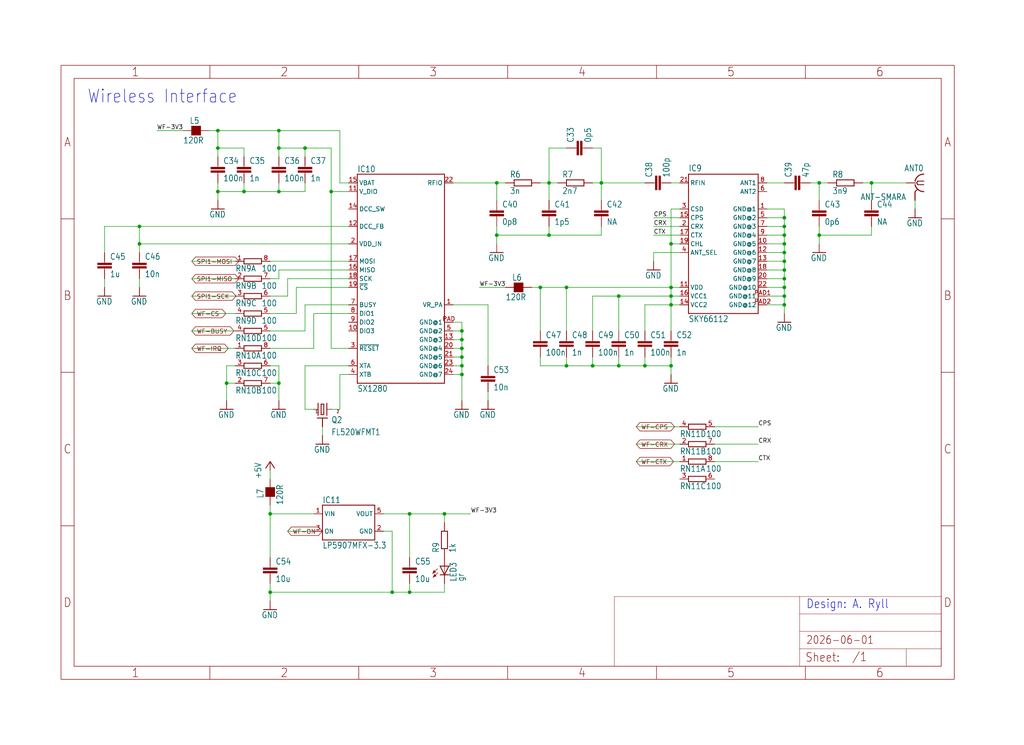
<source format=kicad_sch>
(kicad_sch (version 20231120) (generator "eeschema") (generator_version "8.0")
  (paper "User" 298.45 217.322)
  (lib_symbols
    (symbol "Mainboard v13-eagle-import:+5V" (power)
      (symbol "+5V_1_0"
        (pin power_in line (at 0 -2.54 90) (length 2.54) (name "+5V") (number "1"))
      )
    )
    (symbol "Mainboard v13-eagle-import:4R-NEXB28V"
      (property "Reference" "RN" (at -5.08 -3.048 0))
      (symbol "4R-NEXB28V_1_0"
        (pin passive line (at -5.08 0 0) (length 2.54) (name "1") (number "1"))
        (pin passive line (at 5.08 0 180) (length 2.54) (name "2") (number "8"))
      )
      (symbol "4R-NEXB28V_2_0"
        (pin passive line (at -5.08 0 0) (length 2.54) (name "1") (number "2"))
        (pin passive line (at 5.08 0 180) (length 2.54) (name "2") (number "7"))
      )
      (symbol "4R-NEXB28V_3_0"
        (pin passive line (at -5.08 0 0) (length 2.54) (name "1") (number "3"))
        (pin passive line (at 5.08 0 180) (length 2.54) (name "2") (number "6"))
      )
      (symbol "4R-NEXB28V_4_0"
        (pin passive line (at -5.08 0 0) (length 2.54) (name "1") (number "4"))
        (pin passive line (at 5.08 0 180) (length 2.54) (name "2") (number "5"))
      )
    )
    (symbol "Mainboard v13-eagle-import:A4L-LOC"
      (symbol "A4L-LOC_1_0"
        (text "${#}/${##}" (at 230.505 5.08 0) (effects (font (size 2.54 2.159)) (justify left bottom)))
        (text "${CURRENT_DATE}" (at 217.17 10.16 0) (effects (font (size 2.286 1.9431)) (justify left bottom)))
        (text "${PROJECTNAME}" (at 217.17 15.24 0) (effects (font (size 2.54 2.159)) (justify left bottom)))
        (text "1" (at 21.6958 1.905 0) (effects (font (size 2.54 2.286))))
        (text "1" (at 21.6958 177.165 0) (effects (font (size 2.54 2.286))))
        (text "2" (at 65.0875 1.905 0) (effects (font (size 2.54 2.286))))
        (text "2" (at 65.0875 177.165 0) (effects (font (size 2.54 2.286))))
        (text "3" (at 108.4792 1.905 0) (effects (font (size 2.54 2.286))))
        (text "3" (at 108.4792 177.165 0) (effects (font (size 2.54 2.286))))
        (text "4" (at 151.8708 1.905 0) (effects (font (size 2.54 2.286))))
        (text "4" (at 151.8708 177.165 0) (effects (font (size 2.54 2.286))))
        (text "5" (at 195.2625 1.905 0) (effects (font (size 2.54 2.286))))
        (text "5" (at 195.2625 177.165 0) (effects (font (size 2.54 2.286))))
        (text "6" (at 238.6542 1.905 0) (effects (font (size 2.54 2.286))))
        (text "6" (at 238.6542 177.165 0) (effects (font (size 2.54 2.286))))
        (text "A" (at 1.905 156.6863 0) (effects (font (size 2.54 2.286))))
        (text "A" (at 258.445 156.6863 0) (effects (font (size 2.54 2.286))))
        (text "B" (at 1.905 111.9188 0) (effects (font (size 2.54 2.286))))
        (text "B" (at 258.445 111.9188 0) (effects (font (size 2.54 2.286))))
        (text "C" (at 1.905 67.1513 0) (effects (font (size 2.54 2.286))))
        (text "C" (at 258.445 67.1513 0) (effects (font (size 2.54 2.286))))
        (text "D" (at 1.905 22.3838 0) (effects (font (size 2.54 2.286))))
        (text "D" (at 258.445 22.3838 0) (effects (font (size 2.54 2.286))))
        (text "Sheet:" (at 216.916 4.953 0) (effects (font (size 2.54 2.159)) (justify left bottom)))
      )
    )
    (symbol "Mainboard v13-eagle-import:ANT-SMARA"
      (property "Reference" "X" (at -2.54 3.302 0))
      (symbol "ANT-SMARA_1_0"
        (pin passive line (at 2.54 0 180) (length 2.54) (name "1") (number "C"))
        (pin power_in line (at 0 -5.08 90) (length 2.54) (name "GND") (number "GND1"))
        (pin power_in line (at 0 -5.08 90) (length 2.54) (name "GND") (number "GND2"))
        (pin power_in line (at 0 -5.08 90) (length 2.54) (name "GND") (number "GND3"))
        (pin power_in line (at 0 -5.08 90) (length 2.54) (name "GND") (number "GND4"))
      )
    )
    (symbol "Mainboard v13-eagle-import:C-EUC0402"
      (property "Reference" "C" (at 1.524 0.381 0))
      (symbol "C-EUC0402_1_0"
        (pin passive line (at 0 2.54 270) (length 2.54) (name "1") (number "1"))
        (pin passive line (at 0 -5.08 90) (length 2.54) (name "2") (number "2"))
      )
    )
    (symbol "Mainboard v13-eagle-import:C-EUC0603"
      (property "Reference" "C" (at 1.524 0.381 0))
      (symbol "C-EUC0603_1_0"
        (pin passive line (at 0 2.54 270) (length 2.54) (name "1") (number "1"))
        (pin passive line (at 0 -5.08 90) (length 2.54) (name "2") (number "2"))
      )
    )
    (symbol "Mainboard v13-eagle-import:CRYSTAL47M"
      (property "Reference" "Q" (at 5.08 1.016 0))
      (symbol "CRYSTAL47M_1_0"
        (text "1" (at -2.159 -1.143 0) (effects (font (size 0.8636 0.734)) (justify left bottom)))
        (text "2" (at 4.064 -1.143 0) (effects (font (size 0.8636 0.734)) (justify left bottom)))
        (pin passive line (at -2.54 0 0) (length 0) (name "1") (number "1"))
        (pin bidirectional line (at 0 -5.08 90) (length 2.54) (name "GND1") (number "2"))
        (pin passive line (at 2.54 0 180) (length 0) (name "2") (number "3"))
        (pin bidirectional line (at 0 -5.08 90) (length 2.54) (name "GND1") (number "4"))
      )
    )
    (symbol "Mainboard v13-eagle-import:FB_0603"
      (property "Reference" "L" (at -0.635 1.905 0))
      (symbol "FB_0603_1_0"
        (pin passive line (at -2.54 0 0) (length 2.54) (name "1") (number "1"))
        (pin passive line (at 5.08 0 180) (length 2.54) (name "2") (number "2"))
      )
    )
    (symbol "Mainboard v13-eagle-import:GND" (power)
      (symbol "GND_1_0"
        (pin power_in line (at 0 2.54 270) (length 2.54) (name "GND") (number "1"))
      )
    )
    (symbol "Mainboard v13-eagle-import:LEDCHIP-LED0603"
      (property "Reference" "LED" (at 3.556 -4.572 90))
      (symbol "LEDCHIP-LED0603_1_0"
        (pin passive line (at 0 2.54 270) (length 2.54) (name "A") (number "A"))
        (pin passive line (at 0 -5.08 90) (length 2.54) (name "C") (number "C"))
      )
    )
    (symbol "Mainboard v13-eagle-import:LP2980"
      (symbol "LP2980_1_0"
        (pin passive line (at -10.16 2.54 0) (length 2.54) (name "VIN") (number "1"))
        (pin power_in line (at 10.16 -2.54 180) (length 2.54) (name "GND") (number "2"))
        (pin bidirectional line (at -10.16 -2.54 0) (length 2.54) (name "ON") (number "3"))
        (pin passive line (at 10.16 2.54 180) (length 2.54) (name "VOUT") (number "5"))
      )
    )
    (symbol "Mainboard v13-eagle-import:R-EU_R0402"
      (property "Reference" "R" (at -3.81 1.4986 0))
      (symbol "R-EU_R0402_1_0"
        (pin passive line (at -5.08 0 0) (length 2.54) (name "1") (number "1"))
        (pin passive line (at 5.08 0 180) (length 2.54) (name "2") (number "2"))
      )
    )
    (symbol "Mainboard v13-eagle-import:R-EU_R0603"
      (property "Reference" "R" (at -3.81 1.4986 0))
      (symbol "R-EU_R0603_1_0"
        (pin passive line (at -5.08 0 0) (length 2.54) (name "1") (number "1"))
        (pin passive line (at 5.08 0 180) (length 2.54) (name "2") (number "2"))
      )
    )
    (symbol "Mainboard v13-eagle-import:SKY66112"
      (property "Reference" "IC" (at -10.16 18.542 0))
      (symbol "SKY66112_1_0"
        (pin bidirectional line (at 12.7 7.62 180) (length 2.54) (name "GND@1") (number "1"))
        (pin bidirectional line (at 12.7 -2.54 180) (length 2.54) (name "GND@5") (number "10"))
        (pin bidirectional line (at -12.7 -15.24 0) (length 2.54) (name "VDD") (number "11"))
        (pin bidirectional line (at 12.7 -5.08 180) (length 2.54) (name "GND@6") (number "12"))
        (pin bidirectional line (at 12.7 -7.62 180) (length 2.54) (name "GND@7") (number "13"))
        (pin bidirectional line (at -12.7 -20.32 0) (length 2.54) (name "VCC2") (number "14"))
        (pin bidirectional line (at -12.7 5.08 0) (length 2.54) (name "CPS") (number "15"))
        (pin bidirectional line (at -12.7 -17.78 0) (length 2.54) (name "VCC1") (number "16"))
        (pin bidirectional line (at -12.7 0 0) (length 2.54) (name "CTX") (number "17"))
        (pin bidirectional line (at 12.7 -10.16 180) (length 2.54) (name "GND@8") (number "18"))
        (pin bidirectional line (at -12.7 -2.54 0) (length 2.54) (name "CHL") (number "19"))
        (pin bidirectional line (at -12.7 2.54 0) (length 2.54) (name "CRX") (number "2"))
        (pin bidirectional line (at 12.7 -12.7 180) (length 2.54) (name "GND@9") (number "20"))
        (pin bidirectional line (at -12.7 15.24 0) (length 2.54) (name "RFIN") (number "21"))
        (pin bidirectional line (at 12.7 -15.24 180) (length 2.54) (name "GND@10") (number "22"))
        (pin bidirectional line (at -12.7 7.62 0) (length 2.54) (name "CSD") (number "3"))
        (pin bidirectional line (at -12.7 -5.08 0) (length 2.54) (name "ANT_SEL") (number "4"))
        (pin bidirectional line (at 12.7 5.08 180) (length 2.54) (name "GND@2") (number "5"))
        (pin bidirectional line (at 12.7 12.7 180) (length 2.54) (name "ANT2") (number "6"))
        (pin bidirectional line (at 12.7 2.54 180) (length 2.54) (name "GND@3") (number "7"))
        (pin bidirectional line (at 12.7 15.24 180) (length 2.54) (name "ANT1") (number "8"))
        (pin bidirectional line (at 12.7 0 180) (length 2.54) (name "GND@4") (number "9"))
        (pin bidirectional line (at 12.7 -17.78 180) (length 2.54) (name "GND@11") (number "PAD1"))
        (pin bidirectional line (at 12.7 -20.32 180) (length 2.54) (name "GND@12") (number "PAD2"))
      )
    )
    (symbol "Mainboard v13-eagle-import:SX1280"
      (property "Reference" "IC" (at -12.7 30.988 0))
      (symbol "SX1280_1_0"
        (pin bidirectional line (at 15.24 -7.62 180) (length 2.54) (name "VR_PA") (number "1"))
        (pin bidirectional line (at -15.24 -15.24 0) (length 2.54) (name "DIO3") (number "10"))
        (pin bidirectional line (at -15.24 25.4 0) (length 2.54) (name "V_DIO") (number "11"))
        (pin bidirectional line (at -15.24 15.24 0) (length 2.54) (name "DCC_FB") (number "12"))
        (pin bidirectional line (at 15.24 -17.78 180) (length 2.54) (name "GND@3") (number "13"))
        (pin bidirectional line (at -15.24 20.32 0) (length 2.54) (name "DCC_SW") (number "14"))
        (pin bidirectional line (at -15.24 27.94 0) (length 2.54) (name "VBAT") (number "15"))
        (pin bidirectional line (at -15.24 2.54 0) (length 2.54) (name "MISO") (number "16"))
        (pin bidirectional line (at -15.24 5.08 0) (length 2.54) (name "MOSI") (number "17"))
        (pin bidirectional line (at -15.24 0 0) (length 2.54) (name "SCK") (number "18"))
        (pin bidirectional line (at -15.24 -2.54 0) (length 2.54) (name "~{CS}") (number "19"))
        (pin bidirectional line (at -15.24 10.16 0) (length 2.54) (name "VDD_IN") (number "2"))
        (pin bidirectional line (at 15.24 -20.32 180) (length 2.54) (name "GND@4") (number "20"))
        (pin bidirectional line (at 15.24 -22.86 180) (length 2.54) (name "GND@5") (number "21"))
        (pin bidirectional line (at 15.24 27.94 180) (length 2.54) (name "RFIO") (number "22"))
        (pin bidirectional line (at 15.24 -25.4 180) (length 2.54) (name "GND@6") (number "23"))
        (pin bidirectional line (at 15.24 -27.94 180) (length 2.54) (name "GND@7") (number "24"))
        (pin bidirectional line (at -15.24 -20.32 0) (length 2.54) (name "~{RESET}") (number "3"))
        (pin bidirectional line (at -15.24 -27.94 0) (length 2.54) (name "XTB") (number "4"))
        (pin bidirectional line (at 15.24 -15.24 180) (length 2.54) (name "GND@2") (number "5"))
        (pin bidirectional line (at -15.24 -25.4 0) (length 2.54) (name "XTA") (number "6"))
        (pin bidirectional line (at -15.24 -7.62 0) (length 2.54) (name "BUSY") (number "7"))
        (pin bidirectional line (at -15.24 -10.16 0) (length 2.54) (name "DIO1") (number "8"))
        (pin bidirectional line (at -15.24 -12.7 0) (length 2.54) (name "DIO2") (number "9"))
        (pin bidirectional line (at 15.24 -12.7 180) (length 2.54) (name "GND@1") (number "PAD"))
      )
    )
  )
  (junction (at 66.04 111.76))
  (junction (at 129.54 149.86))
  (junction (at 160.02 68.58))
  (junction (at 228.6 71.12))
  (junction (at 134.62 96.52))
  (junction (at 228.6 83.82))
  (junction (at 119.38 172.72))
  (junction (at 71.12 55.88))
  (junction (at 40.64 66.04))
  (junction (at 134.62 99.06))
  (junction (at 134.62 104.14))
  (junction (at 195.58 106.68))
  (junction (at 180.34 106.68))
  (junction (at 81.28 111.76))
  (junction (at 78.74 149.86))
  (junction (at 63.5 38.1))
  (junction (at 254 53.34))
  (junction (at 180.34 86.36))
  (junction (at 81.28 55.88))
  (junction (at 228.6 76.2))
  (junction (at 144.78 68.58))
  (junction (at 195.58 71.12))
  (junction (at 165.1 83.82))
  (junction (at 172.72 106.68))
  (junction (at 228.6 73.66))
  (junction (at 165.1 106.68))
  (junction (at 134.62 109.22))
  (junction (at 81.28 43.18))
  (junction (at 134.62 106.68))
  (junction (at 81.28 38.1))
  (junction (at 134.62 101.6))
  (junction (at 228.6 68.58))
  (junction (at 195.58 88.9))
  (junction (at 96.52 55.88))
  (junction (at 187.96 106.68))
  (junction (at 88.9 43.18))
  (junction (at 195.58 83.82))
  (junction (at 228.6 81.28))
  (junction (at 119.38 149.86))
  (junction (at 228.6 86.36))
  (junction (at 144.78 53.34))
  (junction (at 238.76 68.58))
  (junction (at 160.02 53.34))
  (junction (at 78.74 172.72))
  (junction (at 228.6 88.9))
  (junction (at 228.6 66.04))
  (junction (at 63.5 43.18))
  (junction (at 157.48 83.82))
  (junction (at 195.58 86.36))
  (junction (at 175.26 53.34))
  (junction (at 63.5 55.88))
  (junction (at 114.3 172.72))
  (junction (at 228.6 63.5))
  (junction (at 40.64 71.12))
  (junction (at 228.6 78.74))
  (junction (at 238.76 53.34))
  (wire (pts (xy 101.6 78.74) (xy 81.28 78.74)) (stroke (width 0.1524)))
  (wire (pts (xy 160.02 68.58) (xy 160.02 66.04)) (stroke (width 0.1524)))
  (wire (pts (xy 114.3 154.94) (xy 114.3 172.72)) (stroke (width 0.1524)))
  (wire (pts (xy 78.74 175.26) (xy 78.74 172.72)) (stroke (width 0.1524)))
  (wire (pts (xy 40.64 66.04) (xy 30.48 66.04)) (stroke (width 0.1524)))
  (wire (pts (xy 238.76 53.34) (xy 241.3 53.34)) (stroke (width 0.1524)))
  (wire (pts (xy 223.52 81.28) (xy 228.6 81.28)) (stroke (width 0.1524)))
  (wire (pts (xy 180.34 96.52) (xy 180.34 86.36)) (stroke (width 0.1524)))
  (wire (pts (xy 157.48 106.68) (xy 157.48 104.14)) (stroke (width 0.1524)))
  (wire (pts (xy 254 53.34) (xy 264.16 53.34)) (stroke (width 0.1524)))
  (wire (pts (xy 198.12 68.58) (xy 190.5 68.58)) (stroke (width 0.1524)))
  (wire (pts (xy 81.28 111.76) (xy 81.28 116.84)) (stroke (width 0.1524)))
  (wire (pts (xy 228.6 73.66) (xy 228.6 71.12)) (stroke (width 0.1524)))
  (wire (pts (xy 165.1 96.52) (xy 165.1 83.82)) (stroke (width 0.1524)))
  (wire (pts (xy 160.02 53.34) (xy 162.56 53.34)) (stroke (width 0.1524)))
  (wire (pts (xy 187.96 96.52) (xy 187.96 88.9)) (stroke (width 0.1524)))
  (wire (pts (xy 83.82 81.28) (xy 83.82 86.36)) (stroke (width 0.1524)))
  (wire (pts (xy 172.72 43.18) (xy 175.26 43.18)) (stroke (width 0.1524)))
  (wire (pts (xy 172.72 86.36) (xy 180.34 86.36)) (stroke (width 0.1524)))
  (wire (pts (xy 53.34 38.1) (xy 45.72 38.1)) (stroke (width 0.1524)))
  (wire (pts (xy 223.52 66.04) (xy 228.6 66.04)) (stroke (width 0.1524)))
  (wire (pts (xy 63.5 55.88) (xy 63.5 53.34)) (stroke (width 0.1524)))
  (wire (pts (xy 111.76 154.94) (xy 114.3 154.94)) (stroke (width 0.1524)))
  (wire (pts (xy 228.6 83.82) (xy 228.6 81.28)) (stroke (width 0.1524)))
  (wire (pts (xy 223.52 76.2) (xy 228.6 76.2)) (stroke (width 0.1524)))
  (wire (pts (xy 228.6 81.28) (xy 228.6 78.74)) (stroke (width 0.1524)))
  (wire (pts (xy 129.54 172.72) (xy 129.54 170.18)) (stroke (width 0.1524)))
  (wire (pts (xy 134.62 104.14) (xy 134.62 101.6)) (stroke (width 0.1524)))
  (wire (pts (xy 129.54 152.4) (xy 129.54 149.86)) (stroke (width 0.1524)))
  (wire (pts (xy 223.52 53.34) (xy 228.6 53.34)) (stroke (width 0.1524)))
  (wire (pts (xy 238.76 68.58) (xy 238.76 66.04)) (stroke (width 0.1524)))
  (wire (pts (xy 187.96 88.9) (xy 195.58 88.9)) (stroke (width 0.1524)))
  (wire (pts (xy 175.26 53.34) (xy 175.26 58.42)) (stroke (width 0.1524)))
  (wire (pts (xy 132.08 99.06) (xy 134.62 99.06)) (stroke (width 0.1524)))
  (wire (pts (xy 88.9 106.68) (xy 88.9 119.38)) (stroke (width 0.1524)))
  (wire (pts (xy 223.52 63.5) (xy 228.6 63.5)) (stroke (width 0.1524)))
  (wire (pts (xy 101.6 88.9) (xy 88.9 88.9)) (stroke (width 0.1524)))
  (wire (pts (xy 172.72 53.34) (xy 175.26 53.34)) (stroke (width 0.1524)))
  (wire (pts (xy 198.12 63.5) (xy 190.5 63.5)) (stroke (width 0.1524)))
  (wire (pts (xy 134.62 93.98) (xy 132.08 93.98)) (stroke (width 0.1524)))
  (wire (pts (xy 78.74 172.72) (xy 78.74 170.18)) (stroke (width 0.1524)))
  (wire (pts (xy 132.08 104.14) (xy 134.62 104.14)) (stroke (width 0.1524)))
  (wire (pts (xy 81.28 106.68) (xy 81.28 111.76)) (stroke (width 0.1524)))
  (wire (pts (xy 99.06 119.38) (xy 99.06 109.22)) (stroke (width 0.1524)))
  (wire (pts (xy 198.12 129.54) (xy 185.42 129.54)) (stroke (width 0.1524)))
  (wire (pts (xy 147.32 53.34) (xy 144.78 53.34)) (stroke (width 0.1524)))
  (wire (pts (xy 144.78 58.42) (xy 144.78 53.34)) (stroke (width 0.1524)))
  (wire (pts (xy 144.78 68.58) (xy 144.78 66.04)) (stroke (width 0.1524)))
  (wire (pts (xy 91.44 154.94) (xy 83.82 154.94)) (stroke (width 0.1524)))
  (wire (pts (xy 223.52 88.9) (xy 228.6 88.9)) (stroke (width 0.1524)))
  (wire (pts (xy 101.6 91.44) (xy 91.44 91.44)) (stroke (width 0.1524)))
  (wire (pts (xy 68.58 76.2) (xy 55.88 76.2)) (stroke (width 0.1524)))
  (wire (pts (xy 198.12 53.34) (xy 195.58 53.34)) (stroke (width 0.1524)))
  (wire (pts (xy 195.58 106.68) (xy 187.96 106.68)) (stroke (width 0.1524)))
  (wire (pts (xy 114.3 172.72) (xy 78.74 172.72)) (stroke (width 0.1524)))
  (wire (pts (xy 81.28 55.88) (xy 88.9 55.88)) (stroke (width 0.1524)))
  (wire (pts (xy 71.12 45.72) (xy 71.12 43.18)) (stroke (width 0.1524)))
  (wire (pts (xy 223.52 73.66) (xy 228.6 73.66)) (stroke (width 0.1524)))
  (wire (pts (xy 71.12 55.88) (xy 81.28 55.88)) (stroke (width 0.1524)))
  (wire (pts (xy 99.06 38.1) (xy 81.28 38.1)) (stroke (width 0.1524)))
  (wire (pts (xy 119.38 172.72) (xy 119.38 170.18)) (stroke (width 0.1524)))
  (wire (pts (xy 160.02 53.34) (xy 160.02 43.18)) (stroke (width 0.1524)))
  (wire (pts (xy 134.62 96.52) (xy 134.62 93.98)) (stroke (width 0.1524)))
  (wire (pts (xy 142.24 88.9) (xy 132.08 88.9)) (stroke (width 0.1524)))
  (wire (pts (xy 223.52 83.82) (xy 228.6 83.82)) (stroke (width 0.1524)))
  (wire (pts (xy 78.74 149.86) (xy 78.74 147.32)) (stroke (width 0.1524)))
  (wire (pts (xy 101.6 66.04) (xy 40.64 66.04)) (stroke (width 0.1524)))
  (wire (pts (xy 86.36 83.82) (xy 86.36 91.44)) (stroke (width 0.1524)))
  (wire (pts (xy 160.02 58.42) (xy 160.02 53.34)) (stroke (width 0.1524)))
  (wire (pts (xy 88.9 88.9) (xy 88.9 96.52)) (stroke (width 0.1524)))
  (wire (pts (xy 63.5 43.18) (xy 63.5 38.1)) (stroke (width 0.1524)))
  (wire (pts (xy 134.62 99.06) (xy 134.62 96.52)) (stroke (width 0.1524)))
  (wire (pts (xy 172.72 104.14) (xy 172.72 106.68)) (stroke (width 0.1524)))
  (wire (pts (xy 157.48 83.82) (xy 165.1 83.82)) (stroke (width 0.1524)))
  (wire (pts (xy 68.58 101.6) (xy 55.88 101.6)) (stroke (width 0.1524)))
  (wire (pts (xy 195.58 86.36) (xy 198.12 86.36)) (stroke (width 0.1524)))
  (wire (pts (xy 254 58.42) (xy 254 53.34)) (stroke (width 0.1524)))
  (wire (pts (xy 144.78 53.34) (xy 132.08 53.34)) (stroke (width 0.1524)))
  (wire (pts (xy 228.6 63.5) (xy 228.6 60.96)) (stroke (width 0.1524)))
  (wire (pts (xy 81.28 38.1) (xy 63.5 38.1)) (stroke (width 0.1524)))
  (wire (pts (xy 68.58 91.44) (xy 55.88 91.44)) (stroke (width 0.1524)))
  (wire (pts (xy 154.94 83.82) (xy 157.48 83.82)) (stroke (width 0.1524)))
  (wire (pts (xy 208.28 129.54) (xy 220.98 129.54)) (stroke (width 0.1524)))
  (wire (pts (xy 180.34 86.36) (xy 195.58 86.36)) (stroke (width 0.1524)))
  (wire (pts (xy 101.6 55.88) (xy 96.52 55.88)) (stroke (width 0.1524)))
  (wire (pts (xy 266.7 60.96) (xy 266.7 58.42)) (stroke (width 0.1524)))
  (wire (pts (xy 134.62 109.22) (xy 134.62 106.68)) (stroke (width 0.1524)))
  (wire (pts (xy 160.02 68.58) (xy 175.26 68.58)) (stroke (width 0.1524)))
  (wire (pts (xy 132.08 109.22) (xy 134.62 109.22)) (stroke (width 0.1524)))
  (wire (pts (xy 180.34 104.14) (xy 180.34 106.68)) (stroke (width 0.1524)))
  (wire (pts (xy 68.58 106.68) (xy 66.04 106.68)) (stroke (width 0.1524)))
  (wire (pts (xy 172.72 96.52) (xy 172.72 86.36)) (stroke (width 0.1524)))
  (wire (pts (xy 180.34 106.68) (xy 172.72 106.68)) (stroke (width 0.1524)))
  (wire (pts (xy 160.02 43.18) (xy 165.1 43.18)) (stroke (width 0.1524)))
  (wire (pts (xy 223.52 71.12) (xy 228.6 71.12)) (stroke (width 0.1524)))
  (wire (pts (xy 238.76 71.12) (xy 238.76 68.58)) (stroke (width 0.1524)))
  (wire (pts (xy 187.96 104.14) (xy 187.96 106.68)) (stroke (width 0.1524)))
  (wire (pts (xy 63.5 55.88) (xy 71.12 55.88)) (stroke (width 0.1524)))
  (wire (pts (xy 78.74 139.7) (xy 78.74 137.16)) (stroke (width 0.1524)))
  (wire (pts (xy 175.26 68.58) (xy 175.26 66.04)) (stroke (width 0.1524)))
  (wire (pts (xy 63.5 58.42) (xy 63.5 55.88)) (stroke (width 0.1524)))
  (wire (pts (xy 99.06 53.34) (xy 99.06 38.1)) (stroke (width 0.1524)))
  (wire (pts (xy 132.08 96.52) (xy 134.62 96.52)) (stroke (width 0.1524)))
  (wire (pts (xy 119.38 149.86) (xy 111.76 149.86)) (stroke (width 0.1524)))
  (wire (pts (xy 101.6 53.34) (xy 99.06 53.34)) (stroke (width 0.1524)))
  (wire (pts (xy 129.54 149.86) (xy 119.38 149.86)) (stroke (width 0.1524)))
  (wire (pts (xy 66.04 111.76) (xy 66.04 116.84)) (stroke (width 0.1524)))
  (wire (pts (xy 190.5 73.66) (xy 190.5 76.2)) (stroke (width 0.1524)))
  (wire (pts (xy 88.9 43.18) (xy 81.28 43.18)) (stroke (width 0.1524)))
  (wire (pts (xy 132.08 101.6) (xy 134.62 101.6)) (stroke (width 0.1524)))
  (wire (pts (xy 96.52 43.18) (xy 88.9 43.18)) (stroke (width 0.1524)))
  (wire (pts (xy 195.58 96.52) (xy 195.58 88.9)) (stroke (width 0.1524)))
  (wire (pts (xy 228.6 68.58) (xy 228.6 66.04)) (stroke (width 0.1524)))
  (wire (pts (xy 198.12 66.04) (xy 190.5 66.04)) (stroke (width 0.1524)))
  (wire (pts (xy 236.22 53.34) (xy 238.76 53.34)) (stroke (width 0.1524)))
  (wire (pts (xy 68.58 111.76) (xy 66.04 111.76)) (stroke (width 0.1524)))
  (wire (pts (xy 101.6 76.2) (xy 78.74 76.2)) (stroke (width 0.1524)))
  (wire (pts (xy 157.48 96.52) (xy 157.48 83.82)) (stroke (width 0.1524)))
  (wire (pts (xy 198.12 73.66) (xy 190.5 73.66)) (stroke (width 0.1524)))
  (wire (pts (xy 144.78 71.12) (xy 144.78 68.58)) (stroke (width 0.1524)))
  (wire (pts (xy 68.58 81.28) (xy 55.88 81.28)) (stroke (width 0.1524)))
  (wire (pts (xy 147.32 83.82) (xy 139.7 83.82)) (stroke (width 0.1524)))
  (wire (pts (xy 40.64 83.82) (xy 40.64 81.28)) (stroke (width 0.1524)))
  (wire (pts (xy 172.72 106.68) (xy 165.1 106.68)) (stroke (width 0.1524)))
  (wire (pts (xy 30.48 66.04) (xy 30.48 73.66)) (stroke (width 0.1524)))
  (wire (pts (xy 254 68.58) (xy 254 66.04)) (stroke (width 0.1524)))
  (wire (pts (xy 228.6 60.96) (xy 223.52 60.96)) (stroke (width 0.1524)))
  (wire (pts (xy 223.52 78.74) (xy 228.6 78.74)) (stroke (width 0.1524)))
  (wire (pts (xy 101.6 83.82) (xy 86.36 83.82)) (stroke (width 0.1524)))
  (wire (pts (xy 91.44 149.86) (xy 78.74 149.86)) (stroke (width 0.1524)))
  (wire (pts (xy 101.6 106.68) (xy 88.9 106.68)) (stroke (width 0.1524)))
  (wire (pts (xy 30.48 83.82) (xy 30.48 81.28)) (stroke (width 0.1524)))
  (wire (pts (xy 144.78 68.58) (xy 160.02 68.58)) (stroke (width 0.1524)))
  (wire (pts (xy 165.1 106.68) (xy 165.1 104.14)) (stroke (width 0.1524)))
  (wire (pts (xy 208.28 134.62) (xy 220.98 134.62)) (stroke (width 0.1524)))
  (wire (pts (xy 91.44 101.6) (xy 78.74 101.6)) (stroke (width 0.1524)))
  (wire (pts (xy 66.04 106.68) (xy 66.04 111.76)) (stroke (width 0.1524)))
  (wire (pts (xy 187.96 106.68) (xy 180.34 106.68)) (stroke (width 0.1524)))
  (wire (pts (xy 83.82 86.36) (xy 78.74 86.36)) (stroke (width 0.1524)))
  (wire (pts (xy 198.12 124.46) (xy 185.42 124.46)) (stroke (width 0.1524)))
  (wire (pts (xy 63.5 38.1) (xy 60.96 38.1)) (stroke (width 0.1524)))
  (wire (pts (xy 71.12 55.88) (xy 71.12 53.34)) (stroke (width 0.1524)))
  (wire (pts (xy 101.6 101.6) (xy 96.52 101.6)) (stroke (width 0.1524)))
  (wire (pts (xy 101.6 81.28) (xy 83.82 81.28)) (stroke (width 0.1524)))
  (wire (pts (xy 198.12 71.12) (xy 195.58 71.12)) (stroke (width 0.1524)))
  (wire (pts (xy 119.38 162.56) (xy 119.38 149.86)) (stroke (width 0.1524)))
  (wire (pts (xy 195.58 109.22) (xy 195.58 106.68)) (stroke (width 0.1524)))
  (wire (pts (xy 134.62 106.68) (xy 134.62 104.14)) (stroke (width 0.1524)))
  (wire (pts (xy 91.44 91.44) (xy 91.44 101.6)) (stroke (width 0.1524)))
  (wire (pts (xy 88.9 45.72) (xy 88.9 43.18)) (stroke (width 0.1524)))
  (wire (pts (xy 142.24 116.84) (xy 142.24 114.3)) (stroke (width 0.1524)))
  (wire (pts (xy 228.6 66.04) (xy 228.6 63.5)) (stroke (width 0.1524)))
  (wire (pts (xy 195.58 60.96) (xy 195.58 71.12)) (stroke (width 0.1524)))
  (wire (pts (xy 71.12 43.18) (xy 63.5 43.18)) (stroke (width 0.1524)))
  (wire (pts (xy 195.58 86.36) (xy 195.58 83.82)) (stroke (width 0.1524)))
  (wire (pts (xy 254 53.34) (xy 251.46 53.34)) (stroke (width 0.1524)))
  (wire (pts (xy 81.28 78.74) (xy 81.28 81.28)) (stroke (width 0.1524)))
  (wire (pts (xy 68.58 96.52) (xy 55.88 96.52)) (stroke (width 0.1524)))
  (wire (pts (xy 228.6 76.2) (xy 228.6 73.66)) (stroke (width 0.1524)))
  (wire (pts (xy 81.28 43.18) (xy 81.28 38.1)) (stroke (width 0.1524)))
  (wire (pts (xy 238.76 68.58) (xy 254 68.58)) (stroke (width 0.1524)))
  (wire (pts (xy 228.6 86.36) (xy 228.6 83.82)) (stroke (width 0.1524)))
  (wire (pts (xy 119.38 172.72) (xy 129.54 172.72)) (stroke (width 0.1524)))
  (wire (pts (xy 99.06 109.22) (xy 101.6 109.22)) (stroke (width 0.1524)))
  (wire (pts (xy 78.74 106.68) (xy 81.28 106.68)) (stroke (width 0.1524)))
  (wire (pts (xy 195.58 71.12) (xy 195.58 83.82)) (stroke (width 0.1524)))
  (wire (pts (xy 101.6 71.12) (xy 40.64 71.12)) (stroke (width 0.1524)))
  (wire (pts (xy 129.54 149.86) (xy 137.16 149.86)) (stroke (width 0.1524)))
  (wire (pts (xy 81.28 45.72) (xy 81.28 43.18)) (stroke (width 0.1524)))
  (wire (pts (xy 134.62 116.84) (xy 134.62 109.22)) (stroke (width 0.1524)))
  (wire (pts (xy 96.52 101.6) (xy 96.52 55.88)) (stroke (width 0.1524)))
  (wire (pts (xy 175.26 43.18) (xy 175.26 53.34)) (stroke (width 0.1524)))
  (wire (pts (xy 160.02 53.34) (xy 157.48 53.34)) (stroke (width 0.1524)))
  (wire (pts (xy 88.9 96.52) (xy 78.74 96.52)) (stroke (width 0.1524)))
  (wire (pts (xy 198.12 134.62) (xy 185.42 134.62)) (stroke (width 0.1524)))
  (wire (pts (xy 86.36 91.44) (xy 78.74 91.44)) (stroke (width 0.1524)))
  (wire (pts (xy 142.24 106.68) (xy 142.24 88.9)) (stroke (width 0.1524)))
  (wire (pts (xy 198.12 60.96) (xy 195.58 60.96)) (stroke (width 0.1524)))
  (wire (pts (xy 238.76 58.42) (xy 238.76 53.34)) (stroke (width 0.1524)))
  (wire (pts (xy 93.98 127) (xy 93.98 124.46)) (stroke (width 0.1524)))
  (wire (pts (xy 88.9 119.38) (xy 91.44 119.38)) (stroke (width 0.1524)))
  (wire (pts (xy 228.6 91.44) (xy 228.6 88.9)) (stroke (width 0.1524)))
  (wire (pts (xy 195.58 88.9) (xy 198.12 88.9)) (stroke (width 0.1524)))
  (wire (pts (xy 81.28 55.88) (xy 81.28 53.34)) (stroke (width 0.1524)))
  (wire (pts (xy 114.3 172.72) (xy 119.38 172.72)) (stroke (width 0.1524)))
  (wire (pts (xy 68.58 86.36) (xy 55.88 86.36)) (stroke (width 0.1524)))
  (wire (pts (xy 134.62 101.6) (xy 134.62 99.06)) (stroke (width 0.1524)))
  (wire (pts (xy 223.52 68.58) (xy 228.6 68.58)) (stroke (width 0.1524)))
  (wire (pts (xy 228.6 88.9) (xy 228.6 86.36)) (stroke (width 0.1524)))
  (wire (pts (xy 208.28 124.46) (xy 220.98 124.46)) (stroke (width 0.1524)))
  (wire (pts (xy 78.74 149.86) (xy 78.74 162.56)) (stroke (width 0.1524)))
  (wire (pts (xy 40.64 71.12) (xy 40.64 66.04)) (stroke (width 0.1524)))
  (wire (pts (xy 223.52 86.36) (xy 228.6 86.36)) (stroke (width 0.1524)))
  (wire (pts (xy 228.6 78.74) (xy 228.6 76.2)) (stroke (width 0.1524)))
  (wire (pts (xy 63.5 45.72) (xy 63.5 43.18)) (stroke (width 0.1524)))
  (wire (pts (xy 96.52 119.38) (xy 99.06 119.38)) (stroke (width 0.1524)))
  (wire (pts (xy 78.74 111.76) (xy 81.28 111.76)) (stroke (width 0.1524)))
  (wire (pts (xy 195.58 83.82) (xy 198.12 83.82)) (stroke (width 0.1524)))
  (wire (pts (xy 175.26 53.34) (xy 187.96 53.34)) (stroke (width 0.1524)))
  (wire (pts (xy 40.64 71.12) (xy 40.64 73.66)) (stroke (width 0.1524)))
  (wire (pts (xy 195.58 88.9) (xy 195.58 86.36)) (stroke (width 0.1524)))
  (wire (pts (xy 96.52 55.88) (xy 96.52 43.18)) (stroke (width 0.1524)))
  (wire (pts (xy 195.58 106.68) (xy 195.58 104.14)) (stroke (width 0.1524)))
  (wire (pts (xy 132.08 106.68) (xy 134.62 106.68)) (stroke (width 0.1524)))
  (wire (pts (xy 81.28 81.28) (xy 78.74 81.28)) (stroke (width 0.1524)))
  (wire (pts (xy 88.9 55.88) (xy 88.9 53.34)) (stroke (width 0.1524)))
  (wire (pts (xy 165.1 106.68) (xy 157.48 106.68)) (stroke (width 0.1524)))
  (wire (pts (xy 228.6 71.12) (xy 228.6 68.58)) (stroke (width 0.1524)))
  (wire (pts (xy 165.1 83.82) (xy 195.58 83.82)) (stroke (width 0.1524)))
  (text "Wireless Interface" (at 25.4 30.48 0) (effects (font (size 3.81 3.2385)) (justify left bottom)))
  (text "Design: A. Ryll" (at 234.95 177.8 0) (effects (font (size 2.54 2.159)) (justify left bottom)))
  (label "WF-3V3" (at 45.72 38.1 0) (effects (font (size 1.2446 1.2446))))
  (label "CPS" (at 190.5 63.5 0) (effects (font (size 1.2446 1.2446))))
  (label "CTX" (at 190.5 68.58 0) (effects (font (size 1.2446 1.2446))))
  (label "WF-3V3" (at 137.16 149.86 0) (effects (font (size 1.2446 1.2446))))
  (label "CTX" (at 220.98 134.62 0) (effects (font (size 1.2446 1.2446))))
  (label "CPS" (at 220.98 124.46 0) (effects (font (size 1.2446 1.2446))))
  (label "CRX" (at 220.98 129.54 0) (effects (font (size 1.2446 1.2446))))
  (label "CRX" (at 190.5 66.04 0) (effects (font (size 1.2446 1.2446))))
  (label "WF-3V3" (at 139.7 83.82 0) (effects (font (size 1.2446 1.2446))))
  (global_label "WF-IRQ" (shape bidirectional) (at 55.88 101.6 0) (effects (font (size 1.2446 1.2446))) (property "Intersheetrefs" "${INTERSHEET_REFS}" (effects (hide yes))))
  (global_label "SPI1-MISO" (shape bidirectional) (at 55.88 81.28 0) (effects (font (size 1.2446 1.2446))) (property "Intersheetrefs" "${INTERSHEET_REFS}" (effects (hide yes))))
  (global_label "WF-CPS" (shape bidirectional) (at 185.42 124.46 0) (effects (font (size 1.2446 1.2446))) (property "Intersheetrefs" "${INTERSHEET_REFS}" (effects (hide yes))))
  (global_label "WF-ON" (shape bidirectional) (at 83.82 154.94 0) (effects (font (size 1.2446 1.2446))) (property "Intersheetrefs" "${INTERSHEET_REFS}" (effects (hide yes))))
  (global_label "WF-CTX" (shape bidirectional) (at 185.42 134.62 0) (effects (font (size 1.2446 1.2446))) (property "Intersheetrefs" "${INTERSHEET_REFS}" (effects (hide yes))))
  (global_label "SPI1-SCK" (shape bidirectional) (at 55.88 86.36 0) (effects (font (size 1.2446 1.2446))) (property "Intersheetrefs" "${INTERSHEET_REFS}" (effects (hide yes))))
  (global_label "WF-BUSY" (shape bidirectional) (at 55.88 96.52 0) (effects (font (size 1.2446 1.2446))) (property "Intersheetrefs" "${INTERSHEET_REFS}" (effects (hide yes))))
  (global_label "WF-CS" (shape bidirectional) (at 55.88 91.44 0) (effects (font (size 1.2446 1.2446))) (property "Intersheetrefs" "${INTERSHEET_REFS}" (effects (hide yes))))
  (global_label "WF-CRX" (shape bidirectional) (at 185.42 129.54 0) (effects (font (size 1.2446 1.2446))) (property "Intersheetrefs" "${INTERSHEET_REFS}" (effects (hide yes))))
  (global_label "SPI1-MOSI" (shape bidirectional) (at 55.88 76.2 0) (effects (font (size 1.2446 1.2446))) (property "Intersheetrefs" "${INTERSHEET_REFS}" (effects (hide yes))))
  (symbol (lib_id "Mainboard v13-eagle-import:C-EUC0402") (at 254 60.96 0) (unit 1)
    (property "Reference" "C44" (at 255.524 60.579 0) (effects (font (size 1.778 1.5113)) (justify left bottom)))
    (property "Value" "NA" (at 255.524 65.659 0) (effects (font (size 1.778 1.5113)) (justify left bottom)))
    (property "Footprint" "Mainboard v13:C0402" (effects (hide yes)))
  )
  (symbol (lib_id "Mainboard v13-eagle-import:GND") (at 142.24 119.38 0) (unit 1)
    (property "Reference" "#GND27" (effects (hide yes)))
    (property "Value" "GND" (at 139.7 121.92 0) (effects (font (size 1.778 1.5113)) (justify left bottom)))
  )
  (symbol (lib_id "Mainboard v13-eagle-import:ANT-SMARA") (at 266.7 53.34 0) (mirror y) (unit 1)
    (property "Reference" "ANT0" (at 269.24 50.038 0) (effects (font (size 1.778 1.5113)) (justify left bottom)))
    (property "Value" "ANT-SMARA" (at 264.16 58.42 0) (effects (font (size 1.778 1.5113)) (justify left bottom)))
    (property "Footprint" "Mainboard v13:ANT-SMA-RA" (effects (hide yes)))
  )
  (symbol (lib_id "Mainboard v13-eagle-import:4R-NEXB28V") (at 73.66 91.44 0) (unit 4)
    (property "Reference" "RN9" (at 68.58 94.488 0) (effects (font (size 1.778 1.5113)) (justify left bottom)))
    (property "Value" "100" (at 76.2 94.488 0) (effects (font (size 1.778 1.5113)) (justify left bottom)))
    (property "Footprint" "Mainboard v13:EXB28V" (effects (hide yes)))
  )
  (symbol (lib_id "Mainboard v13-eagle-import:C-EUC0603") (at 71.12 48.26 0) (unit 1)
    (property "Reference" "C35" (at 72.644 47.879 0) (effects (font (size 1.778 1.5113)) (justify left bottom)))
    (property "Value" "1n" (at 72.644 52.959 0) (effects (font (size 1.778 1.5113)) (justify left bottom)))
    (property "Footprint" "Mainboard v13:C0603" (effects (hide yes)))
  )
  (symbol (lib_id "Mainboard v13-eagle-import:C-EUC0603") (at 30.48 76.2 0) (unit 1)
    (property "Reference" "C45" (at 32.004 75.819 0) (effects (font (size 1.778 1.5113)) (justify left bottom)))
    (property "Value" "1u" (at 32.004 80.899 0) (effects (font (size 1.778 1.5113)) (justify left bottom)))
    (property "Footprint" "Mainboard v13:C0603" (effects (hide yes)))
  )
  (symbol (lib_id "Mainboard v13-eagle-import:A4L-LOC") (at 17.78 198.12 0) (unit 1)
    (property "Reference" "#FRAME3" (effects (hide yes)))
    (property "Value" "A4L-LOC" (effects (hide yes)))
  )
  (symbol (lib_id "Mainboard v13-eagle-import:C-EUC0603") (at 63.5 48.26 0) (unit 1)
    (property "Reference" "C34" (at 65.024 47.879 0) (effects (font (size 1.778 1.5113)) (justify left bottom)))
    (property "Value" "100n" (at 65.024 52.959 0) (effects (font (size 1.778 1.5113)) (justify left bottom)))
    (property "Footprint" "Mainboard v13:C0603" (effects (hide yes)))
  )
  (symbol (lib_id "Mainboard v13-eagle-import:FB_0603") (at 149.86 83.82 0) (unit 1)
    (property "Reference" "L6" (at 149.225 81.915 0) (effects (font (size 1.778 1.5113)) (justify left bottom)))
    (property "Value" "120R" (at 147.32 87.63 0) (effects (font (size 1.778 1.5113)) (justify left bottom)))
    (property "Footprint" "Mainboard v13:L0603" (effects (hide yes)))
  )
  (symbol (lib_id "Mainboard v13-eagle-import:R-EU_R0402") (at 152.4 53.34 0) (unit 1)
    (property "Reference" "R6" (at 148.59 51.8414 0) (effects (font (size 1.778 1.5113)) (justify left bottom)))
    (property "Value" "3n" (at 148.59 56.642 0) (effects (font (size 1.778 1.5113)) (justify left bottom)))
    (property "Footprint" "Mainboard v13:R0402" (effects (hide yes)))
  )
  (symbol (lib_id "Mainboard v13-eagle-import:GND") (at 81.28 119.38 0) (unit 1)
    (property "Reference" "#GND38" (effects (hide yes)))
    (property "Value" "GND" (at 78.74 121.92 0) (effects (font (size 1.778 1.5113)) (justify left bottom)))
  )
  (symbol (lib_id "Mainboard v13-eagle-import:C-EUC0603") (at 187.96 99.06 0) (unit 1)
    (property "Reference" "C51" (at 189.484 98.679 0) (effects (font (size 1.778 1.5113)) (justify left bottom)))
    (property "Value" "100n" (at 189.484 103.759 0) (effects (font (size 1.778 1.5113)) (justify left bottom)))
    (property "Footprint" "Mainboard v13:C0603" (effects (hide yes)))
  )
  (symbol (lib_id "Mainboard v13-eagle-import:GND") (at 190.5 78.74 0) (unit 1)
    (property "Reference" "#GND21" (effects (hide yes)))
    (property "Value" "GND" (at 187.96 81.28 0) (effects (font (size 1.778 1.5113)) (justify left bottom)))
  )
  (symbol (lib_id "Mainboard v13-eagle-import:GND") (at 63.5 60.96 0) (unit 1)
    (property "Reference" "#GND17" (effects (hide yes)))
    (property "Value" "GND" (at 60.96 63.5 0) (effects (font (size 1.778 1.5113)) (justify left bottom)))
  )
  (symbol (lib_id "Mainboard v13-eagle-import:GND") (at 78.74 177.8 0) (unit 1)
    (property "Reference" "#GND29" (effects (hide yes)))
    (property "Value" "GND" (at 76.2 180.34 0) (effects (font (size 1.778 1.5113)) (justify left bottom)))
  )
  (symbol (lib_id "Mainboard v13-eagle-import:LEDCHIP-LED0603") (at 129.54 165.1 0) (unit 1)
    (property "Reference" "LED3" (at 133.096 169.672 90) (effects (font (size 1.778 1.5113)) (justify left bottom)))
    (property "Value" "gr" (at 135.255 169.672 90) (effects (font (size 1.778 1.5113)) (justify left bottom)))
    (property "Footprint" "Mainboard v13:CHIP-LED0603" (effects (hide yes)))
  )
  (symbol (lib_id "Mainboard v13-eagle-import:GND") (at 228.6 93.98 0) (unit 1)
    (property "Reference" "#GND24" (effects (hide yes)))
    (property "Value" "GND" (at 226.06 96.52 0) (effects (font (size 1.778 1.5113)) (justify left bottom)))
  )
  (symbol (lib_id "Mainboard v13-eagle-import:C-EUC0603") (at 157.48 99.06 0) (unit 1)
    (property "Reference" "C47" (at 159.004 98.679 0) (effects (font (size 1.778 1.5113)) (justify left bottom)))
    (property "Value" "100n" (at 159.004 103.759 0) (effects (font (size 1.778 1.5113)) (justify left bottom)))
    (property "Footprint" "Mainboard v13:C0603" (effects (hide yes)))
  )
  (symbol (lib_id "Mainboard v13-eagle-import:C-EUC0603") (at 165.1 99.06 0) (unit 1)
    (property "Reference" "C48" (at 166.624 98.679 0) (effects (font (size 1.778 1.5113)) (justify left bottom)))
    (property "Value" "1n" (at 166.624 103.759 0) (effects (font (size 1.778 1.5113)) (justify left bottom)))
    (property "Footprint" "Mainboard v13:C0603" (effects (hide yes)))
  )
  (symbol (lib_id "Mainboard v13-eagle-import:4R-NEXB28V") (at 73.66 106.68 0) (unit 3)
    (property "Reference" "RN10" (at 68.58 109.728 0) (effects (font (size 1.778 1.5113)) (justify left bottom)))
    (property "Value" "100" (at 76.2 109.728 0) (effects (font (size 1.778 1.5113)) (justify left bottom)))
    (property "Footprint" "Mainboard v13:EXB28V" (effects (hide yes)))
  )
  (symbol (lib_id "Mainboard v13-eagle-import:C-EUC0603") (at 180.34 99.06 0) (unit 1)
    (property "Reference" "C50" (at 181.864 98.679 0) (effects (font (size 1.778 1.5113)) (justify left bottom)))
    (property "Value" "1n" (at 181.864 103.759 0) (effects (font (size 1.778 1.5113)) (justify left bottom)))
    (property "Footprint" "Mainboard v13:C0603" (effects (hide yes)))
  )
  (symbol (lib_id "Mainboard v13-eagle-import:C-EUC0603") (at 40.64 76.2 0) (unit 1)
    (property "Reference" "C46" (at 42.164 75.819 0) (effects (font (size 1.778 1.5113)) (justify left bottom)))
    (property "Value" "10n" (at 42.164 80.899 0) (effects (font (size 1.778 1.5113)) (justify left bottom)))
    (property "Footprint" "Mainboard v13:C0603" (effects (hide yes)))
  )
  (symbol (lib_id "Mainboard v13-eagle-import:GND") (at 30.48 86.36 0) (unit 1)
    (property "Reference" "#GND22" (effects (hide yes)))
    (property "Value" "GND" (at 27.94 88.9 0) (effects (font (size 1.778 1.5113)) (justify left bottom)))
  )
  (symbol (lib_id "Mainboard v13-eagle-import:C-EUC0603") (at 81.28 48.26 0) (unit 1)
    (property "Reference" "C36" (at 82.804 47.879 0) (effects (font (size 1.778 1.5113)) (justify left bottom)))
    (property "Value" "100n" (at 82.804 52.959 0) (effects (font (size 1.778 1.5113)) (justify left bottom)))
    (property "Footprint" "Mainboard v13:C0603" (effects (hide yes)))
  )
  (symbol (lib_id "Mainboard v13-eagle-import:C-EUC0402") (at 144.78 60.96 0) (unit 1)
    (property "Reference" "C40" (at 146.304 60.579 0) (effects (font (size 1.778 1.5113)) (justify left bottom)))
    (property "Value" "0p8" (at 146.304 65.659 0) (effects (font (size 1.778 1.5113)) (justify left bottom)))
    (property "Footprint" "Mainboard v13:C0402" (effects (hide yes)))
  )
  (symbol (lib_id "Mainboard v13-eagle-import:+5V") (at 78.74 134.62 0) (unit 1)
    (property "Reference" "#P+3" (effects (hide yes)))
    (property "Value" "+5V" (at 76.2 139.7 90) (effects (font (size 1.778 1.5113)) (justify left bottom)))
  )
  (symbol (lib_id "Mainboard v13-eagle-import:GND") (at 40.64 86.36 0) (unit 1)
    (property "Reference" "#GND23" (effects (hide yes)))
    (property "Value" "GND" (at 38.1 88.9 0) (effects (font (size 1.778 1.5113)) (justify left bottom)))
  )
  (symbol (lib_id "Mainboard v13-eagle-import:C-EUC0402") (at 167.64 43.18 90) (unit 1)
    (property "Reference" "C33" (at 167.259 41.656 0) (effects (font (size 1.778 1.5113)) (justify left bottom)))
    (property "Value" "0p5" (at 172.339 41.656 0) (effects (font (size 1.778 1.5113)) (justify left bottom)))
    (property "Footprint" "Mainboard v13:C0402" (effects (hide yes)))
  )
  (symbol (lib_id "Mainboard v13-eagle-import:4R-NEXB28V") (at 73.66 101.6 0) (unit 1)
    (property "Reference" "RN10" (at 68.58 104.648 0) (effects (font (size 1.778 1.5113)) (justify left bottom)))
    (property "Value" "100" (at 76.2 104.648 0) (effects (font (size 1.778 1.5113)) (justify left bottom)))
    (property "Footprint" "Mainboard v13:EXB28V" (effects (hide yes)))
  )
  (symbol (lib_id "Mainboard v13-eagle-import:GND") (at 93.98 129.54 0) (unit 1)
    (property "Reference" "#GND28" (effects (hide yes)))
    (property "Value" "GND" (at 91.44 132.08 0) (effects (font (size 1.778 1.5113)) (justify left bottom)))
  )
  (symbol (lib_id "Mainboard v13-eagle-import:C-EUC0603") (at 172.72 99.06 0) (unit 1)
    (property "Reference" "C49" (at 174.244 98.679 0) (effects (font (size 1.778 1.5113)) (justify left bottom)))
    (property "Value" "100n" (at 174.244 103.759 0) (effects (font (size 1.778 1.5113)) (justify left bottom)))
    (property "Footprint" "Mainboard v13:C0603" (effects (hide yes)))
  )
  (symbol (lib_id "Mainboard v13-eagle-import:C-EUC0603") (at 88.9 48.26 0) (unit 1)
    (property "Reference" "C37" (at 90.424 47.879 0) (effects (font (size 1.778 1.5113)) (justify left bottom)))
    (property "Value" "1n" (at 90.424 52.959 0) (effects (font (size 1.778 1.5113)) (justify left bottom)))
    (property "Footprint" "Mainboard v13:C0603" (effects (hide yes)))
  )
  (symbol (lib_id "Mainboard v13-eagle-import:C-EUC0402") (at 160.02 60.96 0) (unit 1)
    (property "Reference" "C41" (at 161.544 60.579 0) (effects (font (size 1.778 1.5113)) (justify left bottom)))
    (property "Value" "1p5" (at 161.544 65.659 0) (effects (font (size 1.778 1.5113)) (justify left bottom)))
    (property "Footprint" "Mainboard v13:C0402" (effects (hide yes)))
  )
  (symbol (lib_id "Mainboard v13-eagle-import:FB_0603") (at 78.74 144.78 90) (unit 1)
    (property "Reference" "L7" (at 76.835 145.415 0) (effects (font (size 1.778 1.5113)) (justify left bottom)))
    (property "Value" "120R" (at 82.55 147.32 0) (effects (font (size 1.778 1.5113)) (justify left bottom)))
    (property "Footprint" "Mainboard v13:L0603" (effects (hide yes)))
  )
  (symbol (lib_id "Mainboard v13-eagle-import:4R-NEXB28V") (at 203.2 124.46 0) (unit 4)
    (property "Reference" "RN11" (at 198.12 127.508 0) (effects (font (size 1.778 1.5113)) (justify left bottom)))
    (property "Value" "100" (at 205.74 127.508 0) (effects (font (size 1.778 1.5113)) (justify left bottom)))
    (property "Footprint" "Mainboard v13:EXB28V" (effects (hide yes)))
  )
  (symbol (lib_id "Mainboard v13-eagle-import:C-EUC0603") (at 195.58 99.06 0) (unit 1)
    (property "Reference" "C52" (at 197.104 98.679 0) (effects (font (size 1.778 1.5113)) (justify left bottom)))
    (property "Value" "1n" (at 197.104 103.759 0) (effects (font (size 1.778 1.5113)) (justify left bottom)))
    (property "Footprint" "Mainboard v13:C0603" (effects (hide yes)))
  )
  (symbol (lib_id "Mainboard v13-eagle-import:4R-NEXB28V") (at 203.2 134.62 0) (unit 1)
    (property "Reference" "RN11" (at 198.12 137.668 0) (effects (font (size 1.778 1.5113)) (justify left bottom)))
    (property "Value" "100" (at 205.74 137.668 0) (effects (font (size 1.778 1.5113)) (justify left bottom)))
    (property "Footprint" "Mainboard v13:EXB28V" (effects (hide yes)))
  )
  (symbol (lib_id "Mainboard v13-eagle-import:4R-NEXB28V") (at 203.2 129.54 0) (unit 2)
    (property "Reference" "RN11" (at 198.12 132.588 0) (effects (font (size 1.778 1.5113)) (justify left bottom)))
    (property "Value" "100" (at 205.74 132.588 0) (effects (font (size 1.778 1.5113)) (justify left bottom)))
    (property "Footprint" "Mainboard v13:EXB28V" (effects (hide yes)))
  )
  (symbol (lib_id "Mainboard v13-eagle-import:C-EUC0402") (at 175.26 60.96 0) (unit 1)
    (property "Reference" "C42" (at 176.784 60.579 0) (effects (font (size 1.778 1.5113)) (justify left bottom)))
    (property "Value" "NA" (at 176.784 65.659 0) (effects (font (size 1.778 1.5113)) (justify left bottom)))
    (property "Footprint" "Mainboard v13:C0402" (effects (hide yes)))
  )
  (symbol (lib_id "Mainboard v13-eagle-import:LP2980") (at 101.6 152.4 0) (unit 1)
    (property "Reference" "IC11" (at 93.98 146.812 0) (effects (font (size 1.778 1.5113)) (justify left bottom)))
    (property "Value" "LP5907MFX-3.3" (at 93.98 160.02 0) (effects (font (size 1.778 1.5113)) (justify left bottom)))
    (property "Footprint" "Mainboard v13:SOT23-5L" (effects (hide yes)))
  )
  (symbol (lib_id "Mainboard v13-eagle-import:R-EU_R0402") (at 167.64 53.34 0) (unit 1)
    (property "Reference" "R7" (at 163.83 51.8414 0) (effects (font (size 1.778 1.5113)) (justify left bottom)))
    (property "Value" "2n7" (at 163.83 56.642 0) (effects (font (size 1.778 1.5113)) (justify left bottom)))
    (property "Footprint" "Mainboard v13:R0402" (effects (hide yes)))
  )
  (symbol (lib_id "Mainboard v13-eagle-import:GND") (at 66.04 119.38 0) (unit 1)
    (property "Reference" "#GND39" (effects (hide yes)))
    (property "Value" "GND" (at 63.5 121.92 0) (effects (font (size 1.778 1.5113)) (justify left bottom)))
  )
  (symbol (lib_id "Mainboard v13-eagle-import:4R-NEXB28V") (at 73.66 86.36 0) (unit 3)
    (property "Reference" "RN9" (at 68.58 89.408 0) (effects (font (size 1.778 1.5113)) (justify left bottom)))
    (property "Value" "100" (at 76.2 89.408 0) (effects (font (size 1.778 1.5113)) (justify left bottom)))
    (property "Footprint" "Mainboard v13:EXB28V" (effects (hide yes)))
  )
  (symbol (lib_id "Mainboard v13-eagle-import:C-EUC0402") (at 238.76 60.96 0) (unit 1)
    (property "Reference" "C43" (at 240.284 60.579 0) (effects (font (size 1.778 1.5113)) (justify left bottom)))
    (property "Value" "0p6" (at 240.284 65.659 0) (effects (font (size 1.778 1.5113)) (justify left bottom)))
    (property "Footprint" "Mainboard v13:C0402" (effects (hide yes)))
  )
  (symbol (lib_id "Mainboard v13-eagle-import:CRYSTAL47M") (at 93.98 119.38 0) (unit 1)
    (property "Reference" "Q2" (at 96.52 123.444 0) (effects (font (size 1.778 1.5113)) (justify left bottom)))
    (property "Value" "FL520WFMT1" (at 96.52 127 0) (effects (font (size 1.778 1.5113)) (justify left bottom)))
    (property "Footprint" "Mainboard v13:CRYSTAL-7M" (effects (hide yes)))
  )
  (symbol (lib_id "Mainboard v13-eagle-import:R-EU_R0603") (at 129.54 157.48 90) (unit 1)
    (property "Reference" "R9" (at 128.0414 161.29 0) (effects (font (size 1.778 1.5113)) (justify left bottom)))
    (property "Value" "1k" (at 132.842 161.29 0) (effects (font (size 1.778 1.5113)) (justify left bottom)))
    (property "Footprint" "Mainboard v13:R0603" (effects (hide yes)))
  )
  (symbol (lib_id "Mainboard v13-eagle-import:4R-NEXB28V") (at 203.2 139.7 0) (unit 3)
    (property "Reference" "RN11" (at 198.12 142.748 0) (effects (font (size 1.778 1.5113)) (justify left bottom)))
    (property "Value" "100" (at 205.74 142.748 0) (effects (font (size 1.778 1.5113)) (justify left bottom)))
    (property "Footprint" "Mainboard v13:EXB28V" (effects (hide yes)))
  )
  (symbol (lib_id "Mainboard v13-eagle-import:C-EUC0603") (at 78.74 165.1 0) (unit 1)
    (property "Reference" "C54" (at 80.264 164.719 0) (effects (font (size 1.778 1.5113)) (justify left bottom)))
    (property "Value" "10u" (at 80.264 169.799 0) (effects (font (size 1.778 1.5113)) (justify left bottom)))
    (property "Footprint" "Mainboard v13:C0603" (effects (hide yes)))
  )
  (symbol (lib_id "Mainboard v13-eagle-import:GND") (at 238.76 73.66 0) (unit 1)
    (property "Reference" "#GND20" (effects (hide yes)))
    (property "Value" "GND" (at 236.22 76.2 0) (effects (font (size 1.778 1.5113)) (justify left bottom)))
  )
  (symbol (lib_id "Mainboard v13-eagle-import:C-EUC0603") (at 119.38 165.1 0) (unit 1)
    (property "Reference" "C55" (at 120.904 164.719 0) (effects (font (size 1.778 1.5113)) (justify left bottom)))
    (property "Value" "10u" (at 120.904 169.799 0) (effects (font (size 1.778 1.5113)) (justify left bottom)))
    (property "Footprint" "Mainboard v13:C0603" (effects (hide yes)))
  )
  (symbol (lib_id "Mainboard v13-eagle-import:4R-NEXB28V") (at 73.66 81.28 0) (unit 2)
    (property "Reference" "RN9" (at 68.58 84.328 0) (effects (font (size 1.778 1.5113)) (justify left bottom)))
    (property "Value" "100" (at 76.2 84.328 0) (effects (font (size 1.778 1.5113)) (justify left bottom)))
    (property "Footprint" "Mainboard v13:EXB28V" (effects (hide yes)))
  )
  (symbol (lib_id "Mainboard v13-eagle-import:GND") (at 195.58 111.76 0) (unit 1)
    (property "Reference" "#GND25" (effects (hide yes)))
    (property "Value" "GND" (at 193.04 114.3 0) (effects (font (size 1.778 1.5113)) (justify left bottom)))
  )
  (symbol (lib_id "Mainboard v13-eagle-import:4R-NEXB28V") (at 73.66 76.2 0) (unit 1)
    (property "Reference" "RN9" (at 68.58 79.248 0) (effects (font (size 1.778 1.5113)) (justify left bottom)))
    (property "Value" "100" (at 76.2 79.248 0) (effects (font (size 1.778 1.5113)) (justify left bottom)))
    (property "Footprint" "Mainboard v13:EXB28V" (effects (hide yes)))
  )
  (symbol (lib_id "Mainboard v13-eagle-import:R-EU_R0402") (at 246.38 53.34 0) (unit 1)
    (property "Reference" "R8" (at 242.57 51.8414 0) (effects (font (size 1.778 1.5113)) (justify left bottom)))
    (property "Value" "3n9" (at 242.57 56.642 0) (effects (font (size 1.778 1.5113)) (justify left bottom)))
    (property "Footprint" "Mainboard v13:R0402" (effects (hide yes)))
  )
  (symbol (lib_id "Mainboard v13-eagle-import:C-EUC0402") (at 231.14 53.34 90) (unit 1)
    (property "Reference" "C39" (at 230.759 51.816 0) (effects (font (size 1.778 1.5113)) (justify left bottom)))
    (property "Value" "47p" (at 235.839 51.816 0) (effects (font (size 1.778 1.5113)) (justify left bottom)))
    (property "Footprint" "Mainboard v13:C0402" (effects (hide yes)))
  )
  (symbol (lib_id "Mainboard v13-eagle-import:4R-NEXB28V") (at 73.66 96.52 0) (unit 4)
    (property "Reference" "RN10" (at 68.58 99.568 0) (effects (font (size 1.778 1.5113)) (justify left bottom)))
    (property "Value" "100" (at 76.2 99.568 0) (effects (font (size 1.778 1.5113)) (justify left bottom)))
    (property "Footprint" "Mainboard v13:EXB28V" (effects (hide yes)))
  )
  (symbol (lib_id "Mainboard v13-eagle-import:4R-NEXB28V") (at 73.66 111.76 0) (unit 2)
    (property "Reference" "RN10" (at 68.58 114.808 0) (effects (font (size 1.778 1.5113)) (justify left bottom)))
    (property "Value" "100" (at 76.2 114.808 0) (effects (font (size 1.778 1.5113)) (justify left bottom)))
    (property "Footprint" "Mainboard v13:EXB28V" (effects (hide yes)))
  )
  (symbol (lib_id "Mainboard v13-eagle-import:C-EUC0402") (at 190.5 53.34 90) (unit 1)
    (property "Reference" "C38" (at 190.119 51.816 0) (effects (font (size 1.778 1.5113)) (justify left bottom)))
    (property "Value" "100p" (at 195.199 51.816 0) (effects (font (size 1.778 1.5113)) (justify left bottom)))
    (property "Footprint" "Mainboard v13:C0402" (effects (hide yes)))
  )
  (symbol (lib_id "Mainboard v13-eagle-import:GND") (at 266.7 63.5 0) (unit 1)
    (property "Reference" "#GND18" (effects (hide yes)))
    (property "Value" "GND" (at 264.16 66.04 0) (effects (font (size 1.778 1.5113)) (justify left bottom)))
  )
  (symbol (lib_id "Mainboard v13-eagle-import:GND") (at 144.78 73.66 0) (unit 1)
    (property "Reference" "#GND19" (effects (hide yes)))
    (property "Value" "GND" (at 142.24 76.2 0) (effects (font (size 1.778 1.5113)) (justify left bottom)))
  )
  (symbol (lib_id "Mainboard v13-eagle-import:GND") (at 134.62 119.38 0) (unit 1)
    (property "Reference" "#GND26" (effects (hide yes)))
    (property "Value" "GND" (at 132.08 121.92 0) (effects (font (size 1.778 1.5113)) (justify left bottom)))
  )
  (symbol (lib_id "Mainboard v13-eagle-import:SX1280") (at 116.84 81.28 0) (unit 1)
    (property "Reference" "IC10" (at 104.14 50.292 0) (effects (font (size 1.778 1.5113)) (justify left bottom)))
    (property "Value" "SX1280" (at 104.14 114.3 0) (effects (font (size 1.778 1.5113)) (justify left bottom)))
    (property "Footprint" "Mainboard v13:QFN24L" (effects (hide yes)))
  )
  (symbol (lib_id "Mainboard v13-eagle-import:C-EUC0603") (at 142.24 109.22 0) (unit 1)
    (property "Reference" "C53" (at 143.764 108.839 0) (effects (font (size 1.778 1.5113)) (justify left bottom)))
    (property "Value" "10n" (at 143.764 113.919 0) (effects (font (size 1.778 1.5113)) (justify left bottom)))
    (property "Footprint" "Mainboard v13:C0603" (effects (hide yes)))
  )
  (symbol (lib_id "Mainboard v13-eagle-import:FB_0603") (at 55.88 38.1 0) (unit 1)
    (property "Reference" "L5" (at 55.245 36.195 0) (effects (font (size 1.778 1.5113)) (justify left bottom)))
    (property "Value" "120R" (at 53.34 41.91 0) (effects (font (size 1.778 1.5113)) (justify left bottom)))
    (property "Footprint" "Mainboard v13:L0603" (effects (hide yes)))
  )
  (symbol (lib_id "Mainboard v13-eagle-import:SKY66112") (at 210.82 68.58 0) (unit 1)
    (property "Reference" "IC9" (at 200.66 50.038 0) (effects (font (size 1.778 1.5113)) (justify left bottom)))
    (property "Value" "SKY66112" (at 200.66 93.98 0) (effects (font (size 1.778 1.5113)) (justify left bottom)))
    (property "Footprint" "Mainboard v13:SMCM-22" (effects (hide yes)))
  )
)
</source>
